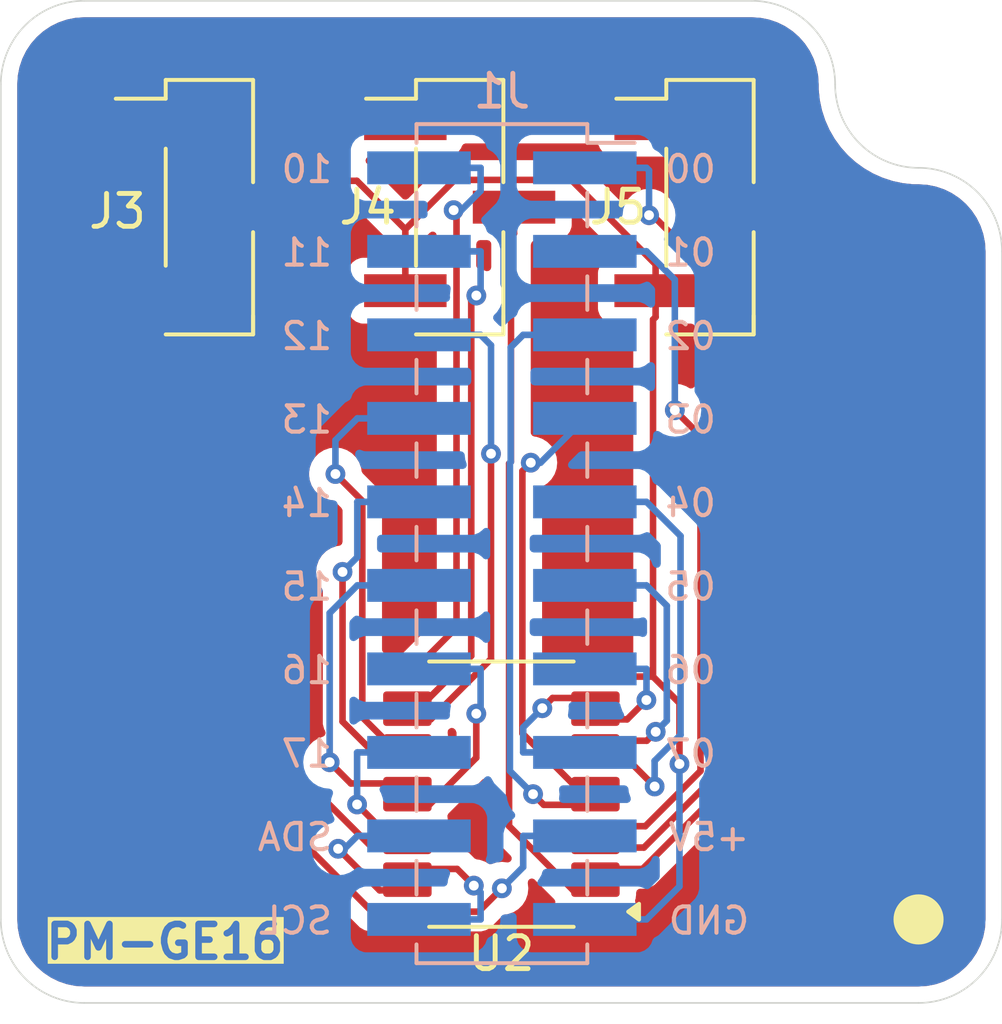
<source format=kicad_pcb>
(kicad_pcb (version 20240108) (generator "pcbnew") (generator_version "8.0")
  (layers (0 "F.Cu" signal) (31 "B.Cu" signal) (34 "B.Paste" user) (35 "F.Paste" user) (36 "B.SilkS" user "B.Silkscreen") (37 "F.SilkS" user "F.Silkscreen") (38 "B.Mask" user) (39 "F.Mask" user) (44 "Edge.Cuts" user))
  (net 0 "")
  (net 1 "/A0")
  (net 2 "/A1")
  (net 3 "/A2")
  (net 4 "VDD")
  (net 5 "GND")
  (net 6 "/SCL")
  (net 7 "/SDA")
  (net 9 "/00")
  (net 10 "/04")
  (net 11 "/06")
  (net 12 "/10")
  (net 13 "/01")
  (net 14 "/17")
  (net 15 "/07")
  (net 16 "/15")
  (net 17 "/02")
  (net 18 "/05")
  (net 19 "/13")
  (net 20 "/11")
  (net 21 "/12")
  (net 22 "/03")
  (net 23 "/16")
  (net 24 "/14")
  (footprint "Connector_PinHeader_2.54mm:PinHeader_1x03_P2.54mm_Vertical_SMD_Pin1Left" (layer "F.Cu") (at 97.79 51.9967)
    (property "Reference" "J5" (at -2.798 0 0) (layer "F.SilkS"))
    (property "Value" "Conn_01x03")
    (fp_line (start -1.33 -3.87) (end -1.33 -3.3) (stroke (width 0.12)) (layer "F.SilkS"))
    (fp_line (start -1.33 -3.87) (end 1.33 -3.87) (stroke (width 0.12)) (layer "F.SilkS"))
    (fp_line (start -1.33 -3.3) (end -2.85 -3.3) (stroke (width 0.12)) (layer "F.SilkS"))
    (fp_line (start -1.33 -1.78) (end -1.33 1.78) (stroke (width 0.12)) (layer "F.SilkS"))
    (fp_line (start -1.33 3.87) (end 1.33 3.87) (stroke (width 0.12)) (layer "F.SilkS"))
    (fp_line (start 1.33 -3.87) (end 1.33 -0.76) (stroke (width 0.12)) (layer "F.SilkS"))
    (fp_line (start 1.33 0.76) (end 1.33 3.87) (stroke (width 0.12)) (layer "F.SilkS"))
    (fp_line (start 1.33 3.3) (end 1.33 3.87) (stroke (width 0.12)) (layer "F.SilkS"))
    (pad "1" smd rect (at -1.655 -2.54) (size 2.51 1) (layers "F.Cu" "F.Paste" "F.Mask") (net 4 "VDD"))
    (pad "2" smd rect (at 1.655 0) (size 2.51 1) (layers "F.Cu" "F.Paste" "F.Mask") (net 3 "/A2"))
    (pad "3" smd rect (at -1.655 2.54) (size 2.51 1) (layers "F.Cu" "F.Paste" "F.Mask") (net 5 "GND"))
  )
  (footprint "Connector_PinHeader_2.54mm:PinHeader_1x03_P2.54mm_Vertical_SMD_Pin1Left" (layer "F.Cu") (at 90.17 51.9967)
    (property "Reference" "J4" (at -2.798 0 0) (layer "F.SilkS"))
    (property "Value" "Conn_01x03")
    (fp_line (start -1.33 -3.87) (end -1.33 -3.3) (stroke (width 0.12)) (layer "F.SilkS"))
    (fp_line (start -1.33 -3.87) (end 1.33 -3.87) (stroke (width 0.12)) (layer "F.SilkS"))
    (fp_line (start -1.33 -3.3) (end -2.85 -3.3) (stroke (width 0.12)) (layer "F.SilkS"))
    (fp_line (start -1.33 -1.78) (end -1.33 1.78) (stroke (width 0.12)) (layer "F.SilkS"))
    (fp_line (start -1.33 3.87) (end 1.33 3.87) (stroke (width 0.12)) (layer "F.SilkS"))
    (fp_line (start 1.33 -3.87) (end 1.33 -0.76) (stroke (width 0.12)) (layer "F.SilkS"))
    (fp_line (start 1.33 0.76) (end 1.33 3.87) (stroke (width 0.12)) (layer "F.SilkS"))
    (fp_line (start 1.33 3.3) (end 1.33 3.87) (stroke (width 0.12)) (layer "F.SilkS"))
    (pad "1" smd rect (at -1.655 -2.54) (size 2.51 1) (layers "F.Cu" "F.Paste" "F.Mask") (net 4 "VDD"))
    (pad "2" smd rect (at 1.655 0) (size 2.51 1) (layers "F.Cu" "F.Paste" "F.Mask") (net 2 "/A1"))
    (pad "3" smd rect (at -1.655 2.54) (size 2.51 1) (layers "F.Cu" "F.Paste" "F.Mask") (net 5 "GND"))
  )
  (footprint "Package_SO:TSSOP-24_4.4x7.8mm_P0.65mm" (layer "F.Cu") (at 91.44 69.85 180)
    (property "Reference" "U2" (at 0 -4.85 180) (layer "F.SilkS"))
    (property "Value" "PCA9555PW")
    (fp_line (start 0 4.035) (end 2.2 4.035) (stroke (width 0.12)) (layer "F.SilkS"))
    (fp_line (start 0 4.035) (end -2.2 4.035) (stroke (width 0.12)) (layer "F.SilkS"))
    (fp_line (start 0 -4.035) (end 2.2 -4.035) (stroke (width 0.12)) (layer "F.SilkS"))
    (fp_line (start 0 -4.035) (end -2.2 -4.035) (stroke (width 0.12)) (layer "F.SilkS"))
    (fp_poly (pts (xy -3.86 -3.575) (xy -4.19 -3.815) (xy -4.19 -3.335) (xy -3.86 -3.575)) (stroke (width 0.12)) (fill solid) (layer "F.SilkS"))
    (pad "1" smd roundrect (at -2.8625 -3.575 180) (size 1.475 0.4) (layers "F.Cu" "F.Paste" "F.Mask"))
    (pad "2" smd roundrect (at -2.8625 -2.925 180) (size 1.475 0.4) (layers "F.Cu" "F.Paste" "F.Mask") (net 2 "/A1"))
    (pad "3" smd roundrect (at -2.8625 -2.275 180) (size 1.475 0.4) (layers "F.Cu" "F.Paste" "F.Mask") (net 3 "/A2"))
    (pad "4" smd roundrect (at -2.8625 -1.625 180) (size 1.475 0.4) (layers "F.Cu" "F.Paste" "F.Mask") (net 9 "/00"))
    (pad "5" smd roundrect (at -2.8625 -0.975 180) (size 1.475 0.4) (layers "F.Cu" "F.Paste" "F.Mask") (net 13 "/01"))
    (pad "6" smd roundrect (at -2.8625 -0.325 180) (size 1.475 0.4) (layers "F.Cu" "F.Paste" "F.Mask") (net 17 "/02"))
    (pad "7" smd roundrect (at -2.8625 0.325 180) (size 1.475 0.4) (layers "F.Cu" "F.Paste" "F.Mask") (net 22 "/03"))
    (pad "8" smd roundrect (at -2.8625 0.975 180) (size 1.475 0.4) (layers "F.Cu" "F.Paste" "F.Mask") (net 10 "/04"))
    (pad "9" smd roundrect (at -2.8625 1.625 180) (size 1.475 0.4) (layers "F.Cu" "F.Paste" "F.Mask") (net 18 "/05"))
    (pad "10" smd roundrect (at -2.8625 2.275 180) (size 1.475 0.4) (layers "F.Cu" "F.Paste" "F.Mask") (net 11 "/06"))
    (pad "11" smd roundrect (at -2.8625 2.925 180) (size 1.475 0.4) (layers "F.Cu" "F.Paste" "F.Mask") (net 15 "/07"))
    (pad "12" smd roundrect (at -2.8625 3.575 180) (size 1.475 0.4) (layers "F.Cu" "F.Paste" "F.Mask") (net 5 "GND"))
    (pad "13" smd roundrect (at 2.8625 3.575 180) (size 1.475 0.4) (layers "F.Cu" "F.Paste" "F.Mask") (net 12 "/10"))
    (pad "14" smd roundrect (at 2.8625 2.925 180) (size 1.475 0.4) (layers "F.Cu" "F.Paste" "F.Mask") (net 20 "/11"))
    (pad "15" smd roundrect (at 2.8625 2.275 180) (size 1.475 0.4) (layers "F.Cu" "F.Paste" "F.Mask") (net 21 "/12"))
    (pad "16" smd roundrect (at 2.8625 1.625 180) (size 1.475 0.4) (layers "F.Cu" "F.Paste" "F.Mask") (net 19 "/13"))
    (pad "17" smd roundrect (at 2.8625 0.975 180) (size 1.475 0.4) (layers "F.Cu" "F.Paste" "F.Mask") (net 24 "/14"))
    (pad "18" smd roundrect (at 2.8625 0.325 180) (size 1.475 0.4) (layers "F.Cu" "F.Paste" "F.Mask") (net 16 "/15"))
    (pad "19" smd roundrect (at 2.8625 -0.325 180) (size 1.475 0.4) (layers "F.Cu" "F.Paste" "F.Mask") (net 23 "/16"))
    (pad "20" smd roundrect (at 2.8625 -0.975 180) (size 1.475 0.4) (layers "F.Cu" "F.Paste" "F.Mask") (net 14 "/17"))
    (pad "21" smd roundrect (at 2.8625 -1.625 180) (size 1.475 0.4) (layers "F.Cu" "F.Paste" "F.Mask") (net 1 "/A0"))
    (pad "22" smd roundrect (at 2.8625 -2.275 180) (size 1.475 0.4) (layers "F.Cu" "F.Paste" "F.Mask") (net 6 "/SCL"))
    (pad "23" smd roundrect (at 2.8625 -2.925 180) (size 1.475 0.4) (layers "F.Cu" "F.Paste" "F.Mask") (net 7 "/SDA"))
    (pad "24" smd roundrect (at 2.8625 -3.575 180) (size 1.475 0.4) (layers "F.Cu" "F.Paste" "F.Mask") (net 4 "VDD"))
  )
  (footprint "Connector_PinHeader_2.54mm:PinHeader_1x03_P2.54mm_Vertical_SMD_Pin1Left" (layer "F.Cu") (at 82.55 51.9967)
    (property "Reference" "J3" (at -2.798 0.127 0) (layer "F.SilkS"))
    (property "Value" "Conn_01x03")
    (fp_line (start -1.33 -3.87) (end -1.33 -3.3) (stroke (width 0.12)) (layer "F.SilkS"))
    (fp_line (start -1.33 -3.87) (end 1.33 -3.87) (stroke (width 0.12)) (layer "F.SilkS"))
    (fp_line (start -1.33 -3.3) (end -2.85 -3.3) (stroke (width 0.12)) (layer "F.SilkS"))
    (fp_line (start -1.33 -1.78) (end -1.33 1.78) (stroke (width 0.12)) (layer "F.SilkS"))
    (fp_line (start -1.33 3.87) (end 1.33 3.87) (stroke (width 0.12)) (layer "F.SilkS"))
    (fp_line (start 1.33 -3.87) (end 1.33 -0.76) (stroke (width 0.12)) (layer "F.SilkS"))
    (fp_line (start 1.33 0.76) (end 1.33 3.87) (stroke (width 0.12)) (layer "F.SilkS"))
    (fp_line (start 1.33 3.3) (end 1.33 3.87) (stroke (width 0.12)) (layer "F.SilkS"))
    (pad "1" smd rect (at -1.655 -2.54) (size 2.51 1) (layers "F.Cu" "F.Paste" "F.Mask") (net 4 "VDD"))
    (pad "2" smd rect (at 1.655 0) (size 2.51 1) (layers "F.Cu" "F.Paste" "F.Mask") (net 1 "/A0"))
    (pad "3" smd rect (at -1.655 2.54) (size 2.51 1) (layers "F.Cu" "F.Paste" "F.Mask") (net 5 "GND"))
  )
  (footprint "Connector_PinHeader_2.54mm:PinHeader_2x10_P2.54mm_Vertical_SMD" (layer "B.Cu") (at 91.455 62.23 180)
    (property "Reference" "J1" (at 0 13.76 180) (layer "B.SilkS") (effects (justify mirror)))
    (property "Value" "Conn_02x10_Odd_Even")
    (fp_line (start 2.6 12.76) (end -2.6 12.76) (stroke (width 0.12)) (layer "B.SilkS"))
    (fp_line (start 2.6 12.19) (end 2.6 12.76) (stroke (width 0.12)) (layer "B.SilkS"))
    (fp_line (start 2.6 9.65) (end 2.6 10.67) (stroke (width 0.12)) (layer "B.SilkS"))
    (fp_line (start 2.6 7.11) (end 2.6 8.13) (stroke (width 0.12)) (layer "B.SilkS"))
    (fp_line (start 2.6 4.57) (end 2.6 5.59) (stroke (width 0.12)) (layer "B.SilkS"))
    (fp_line (start 2.6 2.03) (end 2.6 3.05) (stroke (width 0.12)) (layer "B.SilkS"))
    (fp_line (start 2.6 -0.51) (end 2.6 0.51) (stroke (width 0.12)) (layer "B.SilkS"))
    (fp_line (start 2.6 -3.05) (end 2.6 -2.03) (stroke (width 0.12)) (layer "B.SilkS"))
    (fp_line (start 2.6 -5.59) (end 2.6 -4.57) (stroke (width 0.12)) (layer "B.SilkS"))
    (fp_line (start 2.6 -8.13) (end 2.6 -7.11) (stroke (width 0.12)) (layer "B.SilkS"))
    (fp_line (start 2.6 -10.67) (end 2.6 -9.65) (stroke (width 0.12)) (layer "B.SilkS"))
    (fp_line (start 2.6 -12.76) (end 2.6 -12.19) (stroke (width 0.12)) (layer "B.SilkS"))
    (fp_line (start 2.6 -12.76) (end -2.6 -12.76) (stroke (width 0.12)) (layer "B.SilkS"))
    (fp_line (start -2.6 12.19) (end -2.6 12.76) (stroke (width 0.12)) (layer "B.SilkS"))
    (fp_line (start -2.6 12.19) (end -4.04 12.19) (stroke (width 0.12)) (layer "B.SilkS"))
    (fp_line (start -2.6 9.65) (end -2.6 10.67) (stroke (width 0.12)) (layer "B.SilkS"))
    (fp_line (start -2.6 7.11) (end -2.6 8.13) (stroke (width 0.12)) (layer "B.SilkS"))
    (fp_line (start -2.6 4.57) (end -2.6 5.59) (stroke (width 0.12)) (layer "B.SilkS"))
    (fp_line (start -2.6 2.03) (end -2.6 3.05) (stroke (width 0.12)) (layer "B.SilkS"))
    (fp_line (start -2.6 -0.51) (end -2.6 0.51) (stroke (width 0.12)) (layer "B.SilkS"))
    (fp_line (start -2.6 -3.05) (end -2.6 -2.03) (stroke (width 0.12)) (layer "B.SilkS"))
    (fp_line (start -2.6 -5.59) (end -2.6 -4.57) (stroke (width 0.12)) (layer "B.SilkS"))
    (fp_line (start -2.6 -8.13) (end -2.6 -7.11) (stroke (width 0.12)) (layer "B.SilkS"))
    (fp_line (start -2.6 -10.67) (end -2.6 -9.65) (stroke (width 0.12)) (layer "B.SilkS"))
    (fp_line (start -2.6 -12.76) (end -2.6 -12.19) (stroke (width 0.12)) (layer "B.SilkS"))
    (pad "1" smd rect (at -2.525 11.43 180) (size 3.15 1) (layers "B.Cu" "B.Paste" "B.Mask") (net 9 "/00"))
    (pad "2" smd rect (at 2.525 11.43 180) (size 3.15 1) (layers "B.Cu" "B.Paste" "B.Mask") (net 12 "/10"))
    (pad "3" smd rect (at -2.525 8.89 180) (size 3.15 1) (layers "B.Cu" "B.Paste" "B.Mask") (net 13 "/01"))
    (pad "4" smd rect (at 2.525 8.89 180) (size 3.15 1) (layers "B.Cu" "B.Paste" "B.Mask") (net 20 "/11"))
    (pad "5" smd rect (at -2.525 6.35 180) (size 3.15 1) (layers "B.Cu" "B.Paste" "B.Mask") (net 17 "/02"))
    (pad "6" smd rect (at 2.525 6.35 180) (size 3.15 1) (layers "B.Cu" "B.Paste" "B.Mask") (net 21 "/12"))
    (pad "7" smd rect (at -2.525 3.81 180) (size 3.15 1) (layers "B.Cu" "B.Paste" "B.Mask") (net 22 "/03"))
    (pad "8" smd rect (at 2.525 3.81 180) (size 3.15 1) (layers "B.Cu" "B.Paste" "B.Mask") (net 19 "/13"))
    (pad "9" smd rect (at -2.525 1.27 180) (size 3.15 1) (layers "B.Cu" "B.Paste" "B.Mask") (net 10 "/04"))
    (pad "10" smd rect (at 2.525 1.27 180) (size 3.15 1) (layers "B.Cu" "B.Paste" "B.Mask") (net 24 "/14"))
    (pad "11" smd rect (at -2.525 -1.27 180) (size 3.15 1) (layers "B.Cu" "B.Paste" "B.Mask") (net 18 "/05"))
    (pad "12" smd rect (at 2.525 -1.27 180) (size 3.15 1) (layers "B.Cu" "B.Paste" "B.Mask") (net 16 "/15"))
    (pad "13" smd rect (at -2.525 -3.81 180) (size 3.15 1) (layers "B.Cu" "B.Paste" "B.Mask") (net 11 "/06"))
    (pad "14" smd rect (at 2.525 -3.81 180) (size 3.15 1) (layers "B.Cu" "B.Paste" "B.Mask") (net 23 "/16"))
    (pad "15" smd rect (at -2.525 -6.35 180) (size 3.15 1) (layers "B.Cu" "B.Paste" "B.Mask") (net 15 "/07"))
    (pad "16" smd rect (at 2.525 -6.35 180) (size 3.15 1) (layers "B.Cu" "B.Paste" "B.Mask") (net 14 "/17"))
    (pad "17" smd rect (at -2.525 -8.89 180) (size 3.15 1) (layers "B.Cu" "B.Paste" "B.Mask") (net 4 "VDD"))
    (pad "18" smd rect (at 2.525 -8.89 180) (size 3.15 1) (layers "B.Cu" "B.Paste" "B.Mask") (net 7 "/SDA"))
    (pad "19" smd rect (at -2.525 -11.43 180) (size 3.15 1) (layers "B.Cu" "B.Paste" "B.Mask") (net 5 "GND"))
    (pad "20" smd rect (at 2.525 -11.43 180) (size 3.15 1) (layers "B.Cu" "B.Paste" "B.Mask") (net 6 "/SCL"))
  )
  (gr_circle (center 104.14 73.66) (end 104.902 73.66) (fill solid) (layer "F.SilkS"))
  (gr_line (start 76.2 73.66) (end 76.2 48.26) (stroke (width 0.05)) (layer "Edge.Cuts"))
  (gr_line (start 78.74 45.72) (end 99.06 45.72) (stroke (width 0.05)) (layer "Edge.Cuts"))
  (gr_arc (start 78.74 76.2) (mid 76.943949 75.456051) (end 76.2 73.66) (stroke (width 0.05)) (layer "Edge.Cuts"))
  (gr_arc (start 104.14 50.8) (mid 105.936051 51.543949) (end 106.68 53.34) (stroke (width 0.05)) (layer "Edge.Cuts"))
  (gr_arc (start 104.14 50.8) (mid 102.343949 50.056051) (end 101.6 48.26) (stroke (width 0.05)) (layer "Edge.Cuts"))
  (gr_arc (start 76.2 48.26) (mid 76.943949 46.463949) (end 78.74 45.72) (stroke (width 0.05)) (layer "Edge.Cuts"))
  (gr_line (start 104.14 76.2) (end 78.74 76.2) (stroke (width 0.05)) (layer "Edge.Cuts"))
  (gr_line (start 106.68 53.34) (end 106.68 73.66) (stroke (width 0.05)) (layer "Edge.Cuts"))
  (gr_arc (start 106.68 73.66) (mid 105.936051 75.456051) (end 104.14 76.2) (stroke (width 0.05)) (layer "Edge.Cuts"))
  (gr_arc (start 99.06 45.72) (mid 100.856051 46.463949) (end 101.6 48.26) (stroke (width 0.05)) (layer "Edge.Cuts"))
  (gr_text "07" (at 98.044 69.088 0) (layer "B.SilkS") (effects (font (size 0.8 0.8) (thickness 0.125) (bold yes)) (justify left bottom mirror)))
  (gr_text "14" (at 86.36 61.468 0) (layer "B.SilkS") (effects (font (size 0.8 0.8) (thickness 0.125) (bold yes)) (justify left bottom mirror)))
  (gr_text "04" (at 98.044 61.468 0) (layer "B.SilkS") (effects (font (size 0.8 0.8) (thickness 0.125) (bold yes)) (justify left bottom mirror)))
  (gr_text "17" (at 86.36 69.088 0) (layer "B.SilkS") (effects (font (size 0.8 0.8) (thickness 0.125) (bold yes)) (justify left bottom mirror)))
  (gr_text "16" (at 86.36 66.548 0) (layer "B.SilkS") (effects (font (size 0.8 0.8) (thickness 0.125) (bold yes)) (justify left bottom mirror)))
  (gr_text "01" (at 98.044 53.848 0) (layer "B.SilkS") (effects (font (size 0.8 0.8) (thickness 0.125) (bold yes)) (justify left bottom mirror)))
  (gr_text "12" (at 86.36 56.388 0) (layer "B.SilkS") (effects (font (size 0.8 0.8) (thickness 0.125) (bold yes)) (justify left bottom mirror)))
  (gr_text "+5V" (at 99.06 71.628 0) (layer "B.SilkS") (effects (font (size 0.8 0.8) (thickness 0.125) (bold yes)) (justify left bottom mirror)))
  (gr_text "00" (at 98.044 51.308 0) (layer "B.SilkS") (effects (font (size 0.8 0.8) (thickness 0.125) (bold yes)) (justify left bottom mirror)))
  (gr_text "13" (at 86.36 58.928 0) (layer "B.SilkS") (effects (font (size 0.8 0.8) (thickness 0.125) (bold yes)) (justify left bottom mirror)))
  (gr_text "15" (at 86.36 64.008 0) (layer "B.SilkS") (effects (font (size 0.8 0.8) (thickness 0.125) (bold yes)) (justify left bottom mirror)))
  (gr_text "GND" (at 99.06 74.168 0) (layer "B.SilkS") (effects (font (size 0.8 0.8) (thickness 0.125) (bold yes)) (justify left bottom mirror)))
  (gr_text "SDA" (at 86.36 71.628 0) (layer "B.SilkS") (effects (font (size 0.8 0.8) (thickness 0.125) (bold yes)) (justify left bottom mirror)))
  (gr_text "02" (at 98.044 56.388 0) (layer "B.SilkS") (effects (font (size 0.8 0.8) (thickness 0.125) (bold yes)) (justify left bottom mirror)))
  (gr_text "05" (at 98.044 64.008 0) (layer "B.SilkS") (effects (font (size 0.8 0.8) (thickness 0.125) (bold yes)) (justify left bottom mirror)))
  (gr_text "03" (at 98.044 58.928 0) (layer "B.SilkS") (effects (font (size 0.8 0.8) (thickness 0.125) (bold yes)) (justify left bottom mirror)))
  (gr_text "SCL" (at 86.36 74.168 0) (layer "B.SilkS") (effects (font (size 0.8 0.8) (thickness 0.125) (bold yes)) (justify left bottom mirror)))
  (gr_text "11" (at 86.36 53.848 0) (layer "B.SilkS") (effects (font (size 0.8 0.8) (thickness 0.125) (bold yes)) (justify left bottom mirror)))
  (gr_text "10" (at 86.36 51.308 0) (layer "B.SilkS") (effects (font (size 0.8 0.8) (thickness 0.125) (bold yes)) (justify left bottom mirror)))
  (gr_text "06" (at 98.044 66.548 0) (layer "B.SilkS") (effects (font (size 0.8 0.8) (thickness 0.125) (bold yes)) (justify left bottom mirror)))
  (gr_text "PM-GE16" (at 77.47 74.93 0) (layer "F.SilkS" knockout) (effects (font (size 1 1) (thickness 0.2) (bold yes)) (justify left bottom)))
  (segment (start 88.5775 71.475) (end 87.5069 71.475) (width 0.2) (layer "F.Cu") (net 1))
  (segment (start 84.205 68.1731) (end 84.205 51.9967) (width 0.2) (layer "F.Cu") (net 1))
  (segment (start 87.5069 71.475) (end 84.205 68.1731) (width 0.2) (layer "F.Cu") (net 1))
  (segment (start 91.7326 59.7369) (end 91.7326 52.8908) (width 0.2) (layer "F.Cu") (net 2))
  (segment (start 91.6739 70.8214) (end 91.6739 59.7956) (width 0.2) (layer "F.Cu") (net 2))
  (segment (start 91.7326 52.8908) (end 91.825 52.7984) (width 0.2) (layer "F.Cu") (net 2))
  (segment (start 93.6275 72.775) (end 91.6739 70.8214) (width 0.2) (layer "F.Cu") (net 2))
  (segment (start 91.825 51.9967) (end 91.825 52.7984) (width 0.2) (layer "F.Cu") (net 2))
  (segment (start 91.6739 59.7956) (end 91.7326 59.7369) (width 0.2) (layer "F.Cu") (net 2))
  (segment (start 94.3025 72.775) (end 93.6275 72.775) (width 0.2) (layer "F.Cu") (net 2))
  (segment (start 99.445 51.9967) (end 99.445 68.4181) (width 0.2) (layer "F.Cu") (net 3))
  (segment (start 99.445 68.4181) (end 95.7381 72.125) (width 0.2) (layer "F.Cu") (net 3))
  (segment (start 95.7381 72.125) (end 94.3025 72.125) (width 0.2) (layer "F.Cu") (net 3))
  (segment (start 88.515 49.4567) (end 86.9583 49.4567) (width 0.2) (layer "F.Cu") (net 4))
  (segment (start 87.5022 73.425) (end 79.3383 65.2611) (width 0.2) (layer "F.Cu") (net 4))
  (segment (start 79.3383 65.2611) (end 79.3383 51.8151) (width 0.2) (layer "F.Cu") (net 4))
  (segment (start 91.4546 72.7148) (end 90.7444 73.425) (width 0.2) (layer "F.Cu") (net 4))
  (segment (start 90.7444 73.425) (end 88.5775 73.425) (width 0.2) (layer "F.Cu") (net 4))
  (segment (start 88.5775 73.425) (end 87.5022 73.425) (width 0.2) (layer "F.Cu") (net 4))
  (segment (start 88.515 49.4567) (end 96.135 49.4567) (width 0.2) (layer "F.Cu") (net 4))
  (segment (start 79.3383 51.8151) (end 80.895 50.2584) (width 0.2) (layer "F.Cu") (net 4))
  (segment (start 80.895 49.8575) (end 86.5575 49.8575) (width 0.2) (layer "F.Cu") (net 4))
  (segment (start 86.5575 49.8575) (end 86.9583 49.4567) (width 0.2) (layer "F.Cu") (net 4))
  (segment (start 80.895 49.8575) (end 80.895 50.2584) (width 0.2) (layer "F.Cu") (net 4))
  (segment (start 80.895 49.4567) (end 80.895 49.8575) (width 0.2) (layer "F.Cu") (net 4))
  (via (at 91.4546 72.7148) (size 0.6) (drill 0.3) (layers "F.Cu" "B.Cu") (net 4))
  (segment (start 93.98 71.12) (end 92.1033 71.12) (width 0.2) (layer "B.Cu") (net 4))
  (segment (start 91.4546 72.7148) (end 92.1033 72.0661) (width 0.2) (layer "B.Cu") (net 4))
  (segment (start 92.1033 72.0661) (end 92.1033 71.12) (width 0.2) (layer "B.Cu") (net 4))
  (segment (start 96.135 54.5367) (end 96.135 53.735) (width 0.2) (layer "F.Cu") (net 5))
  (segment (start 88.515 54.5367) (end 88.515 54.1358) (width 0.2) (layer "F.Cu") (net 5))
  (segment (start 96.135 54.5367) (end 96.135 55.3384) (width 0.2) (layer "F.Cu") (net 5))
  (segment (start 80.895 53.0504) (end 80.895 54.5367) (width 0.2) (layer "F.Cu") (net 5))
  (segment (start 87.0403 51.195) (end 82.7504 51.195) (width 0.2) (layer "F.Cu") (net 5))
  (segment (start 94.3025 66.275) (end 96.0561 66.275) (width 0.2) (layer "F.Cu") (net 5))
  (segment (start 93.5669 51.1669) (end 96.135 53.735) (width 0.2) (layer "F.Cu") (net 5))
  (segment (start 88.515 52.6697) (end 87.0403 51.195) (width 0.2) (layer "F.Cu") (net 5))
  (segment (start 96.8612 68.9316) (end 96.8612 67.0801) (width 0.2) (layer "F.Cu") (net 5))
  (segment (start 88.515 52.6697) (end 90.0178 51.1669) (width 0.2) (layer "F.Cu") (net 5))
  (segment (start 96.0561 66.275) (end 96.0561 55.4173) (width 0.2) (layer "F.Cu") (net 5))
  (segment (start 96.8612 67.0801) (end 96.0561 66.275) (width 0.2) (layer "F.Cu") (net 5))
  (segment (start 88.515 54.1358) (end 88.515 52.6697) (width 0.2) (layer "F.Cu") (net 5))
  (segment (start 82.7504 51.195) (end 80.895 53.0504) (width 0.2) (layer "F.Cu") (net 5))
  (segment (start 96.0561 55.4173) (end 96.135 55.3384) (width 0.2) (layer "F.Cu") (net 5))
  (segment (start 90.0178 51.1669) (end 93.5669 51.1669) (width 0.2) (layer "F.Cu") (net 5))
  (via (at 96.8612 68.9316) (size 0.6) (drill 0.3) (layers "F.Cu" "B.Cu") (net 5))
  (segment (start 96.8612 72.6555) (end 96.8612 68.9316) (width 0.2) (layer "B.Cu") (net 5))
  (segment (start 93.98 73.66) (end 95.8567 73.66) (width 0.2) (layer "B.Cu") (net 5))
  (segment (start 95.8567 73.66) (end 96.8612 72.6555) (width 0.2) (layer "B.Cu") (net 5))
  (segment (start 90.0931 72.125) (end 90.6001 72.632) (width 0.2) (layer "F.Cu") (net 6))
  (segment (start 88.5775 72.125) (end 90.0931 72.125) (width 0.2) (layer "F.Cu") (net 6))
  (via (at 90.6001 72.632) (size 0.6) (drill 0.3) (layers "F.Cu" "B.Cu") (net 6))
  (segment (start 90.8067 72.8386) (end 90.8067 73.66) (width 0.2) (layer "B.Cu") (net 6))
  (segment (start 90.6001 72.632) (end 90.8067 72.8386) (width 0.2) (layer "B.Cu") (net 6))
  (segment (start 88.93 73.66) (end 90.8067 73.66) (width 0.2) (layer "B.Cu") (net 6))
  (segment (start 87.7324 72.775) (end 86.4686 71.5112) (width 0.2) (layer "F.Cu") (net 7))
  (segment (start 88.5775 72.775) (end 87.7324 72.775) (width 0.2) (layer "F.Cu") (net 7))
  (via (at 86.4686 71.5112) (size 0.6) (drill 0.3) (layers "F.Cu" "B.Cu") (net 7))
  (segment (start 88.93 71.12) (end 87.0533 71.12) (width 0.2) (layer "B.Cu") (net 7))
  (segment (start 87.0533 71.12) (end 86.6621 71.5112) (width 0.2) (layer "B.Cu") (net 7))
  (segment (start 86.6621 71.5112) (end 86.4686 71.5112) (width 0.2) (layer "B.Cu") (net 7))
  (segment (start 97.9402 69.3133) (end 97.9402 54.1388) (width 0.2) (layer "F.Cu") (net 9))
  (segment (start 96.0424 52.241) (end 95.9347 52.241) (width 0.2) (layer "F.Cu") (net 9))
  (segment (start 94.3025 71.475) (end 95.7785 71.475) (width 0.2) (layer "F.Cu") (net 9))
  (segment (start 97.9402 54.1388) (end 96.0424 52.241) (width 0.2) (layer "F.Cu") (net 9))
  (segment (start 95.7785 71.475) (end 97.9402 69.3133) (width 0.2) (layer "F.Cu") (net 9))
  (via (at 95.9347 52.241) (size 0.6) (drill 0.3) (layers "F.Cu" "B.Cu") (net 9))
  (segment (start 95.9347 50.878) (end 95.8567 50.8) (width 0.2) (layer "B.Cu") (net 9))
  (segment (start 93.98 50.8) (end 95.8567 50.8) (width 0.2) (layer "B.Cu") (net 9))
  (segment (start 95.9347 52.241) (end 95.9347 50.878) (width 0.2) (layer "B.Cu") (net 9))
  (segment (start 95.3632 68.875) (end 96.1051 69.6169) (width 0.2) (layer "F.Cu") (net 10))
  (segment (start 94.3025 68.875) (end 95.3632 68.875) (width 0.2) (layer "F.Cu") (net 10))
  (via (at 96.1051 69.6169) (size 0.6) (drill 0.3) (layers "F.Cu" "B.Cu") (net 10))
  (segment (start 96.8938 61.9971) (end 96.8938 68.0482) (width 0.2) (layer "B.Cu") (net 10))
  (segment (start 93.98 60.96) (end 95.8567 60.96) (width 0.2) (layer "B.Cu") (net 10))
  (segment (start 96.1052 69.6169) (end 96.1051 69.6169) (width 0.2) (layer "B.Cu") (net 10))
  (segment (start 96.1052 68.8368) (end 96.1052 69.6169) (width 0.2) (layer "B.Cu") (net 10))
  (segment (start 95.8567 60.96) (end 96.8938 61.9971) (width 0.2) (layer "B.Cu") (net 10))
  (segment (start 96.8938 68.0482) (end 96.1052 68.8368) (width 0.2) (layer "B.Cu") (net 10))
  (segment (start 94.3025 67.575) (end 95.2675 67.575) (width 0.2) (layer "F.Cu") (net 11))
  (segment (start 95.2675 67.575) (end 95.854 66.9885) (width 0.2) (layer "F.Cu") (net 11))
  (via (at 95.854 66.9885) (size 0.6) (drill 0.3) (layers "F.Cu" "B.Cu") (net 11))
  (segment (start 93.98 66.04) (end 95.8567 66.04) (width 0.2) (layer "B.Cu") (net 11))
  (segment (start 95.8567 66.9858) (end 95.854 66.9885) (width 0.2) (layer "B.Cu") (net 11))
  (segment (start 95.8567 66.04) (end 95.8567 66.9858) (width 0.2) (layer "B.Cu") (net 11))
  (segment (start 88.5775 66.275) (end 90.0733 64.7792) (width 0.2) (layer "F.Cu") (net 12))
  (segment (start 90.0733 52.1742) (end 89.9866 52.0875) (width 0.2) (layer "F.Cu") (net 12))
  (segment (start 90.0733 64.7792) (end 90.0733 52.1742) (width 0.2) (layer "F.Cu") (net 12))
  (via (at 89.9866 52.0875) (size 0.6) (drill 0.3) (layers "F.Cu" "B.Cu") (net 12))
  (segment (start 90.2207 52.0875) (end 90.8067 51.5015) (width 0.2) (layer "B.Cu") (net 12))
  (segment (start 90.8067 51.5015) (end 90.8067 50.8) (width 0.2) (layer "B.Cu") (net 12))
  (segment (start 89.9866 52.0875) (end 90.2207 52.0875) (width 0.2) (layer "B.Cu") (net 12))
  (segment (start 88.93 50.8) (end 90.8067 50.8) (width 0.2) (layer "B.Cu") (net 12))
  (segment (start 96.7201 58.1708) (end 97.5017 58.9524) (width 0.2) (layer "F.Cu") (net 13))
  (segment (start 97.5017 58.9524) (end 97.5017 69.1443) (width 0.2) (layer "F.Cu") (net 13))
  (segment (start 95.821 70.825) (end 94.3025 70.825) (width 0.2) (layer "F.Cu") (net 13))
  (segment (start 97.5017 69.1443) (end 95.821 70.825) (width 0.2) (layer "F.Cu") (net 13))
  (via (at 96.7201 58.1708) (size 0.6) (drill 0.3) (layers "F.Cu" "B.Cu") (net 13))
  (segment (start 96.7201 58.1708) (end 96.7201 54.2034) (width 0.2) (layer "B.Cu") (net 13))
  (segment (start 93.98 53.34) (end 95.8567 53.34) (width 0.2) (layer "B.Cu") (net 13))
  (segment (start 96.7201 54.2034) (end 95.8567 53.34) (width 0.2) (layer "B.Cu") (net 13))
  (segment (start 87.708 70.825) (end 87.0464 70.1634) (width 0.2) (layer "F.Cu") (net 14))
  (segment (start 88.5775 70.825) (end 87.708 70.825) (width 0.2) (layer "F.Cu") (net 14))
  (via (at 87.0464 70.1634) (size 0.6) (drill 0.3) (layers "F.Cu" "B.Cu") (net 14))
  (segment (start 88.93 68.58) (end 87.0533 68.58) (width 0.2) (layer "B.Cu") (net 14))
  (segment (start 87.0533 68.58) (end 87.0464 68.5869) (width 0.2) (layer "B.Cu") (net 14))
  (segment (start 87.0464 68.5869) (end 87.0464 70.1634) (width 0.2) (layer "B.Cu") (net 14))
  (segment (start 92.9964 66.925) (end 92.6851 67.2363) (width 0.2) (layer "F.Cu") (net 15))
  (segment (start 94.3025 66.925) (end 92.9964 66.925) (width 0.2) (layer "F.Cu") (net 15))
  (via (at 92.6851 67.2363) (size 0.6) (drill 0.3) (layers "F.Cu" "B.Cu") (net 15))
  (segment (start 93.98 68.58) (end 92.1033 68.58) (width 0.2) (layer "B.Cu") (net 15))
  (segment (start 92.1033 68.58) (end 92.1033 67.8181) (width 0.2) (layer "B.Cu") (net 15))
  (segment (start 92.1033 67.8181) (end 92.6851 67.2363) (width 0.2) (layer "B.Cu") (net 15))
  (segment (start 86.8578 69.525) (end 86.2118 68.879) (width 0.2) (layer "F.Cu") (net 16))
  (segment (start 88.5775 69.525) (end 86.8578 69.525) (width 0.2) (layer "F.Cu") (net 16))
  (via (at 86.2118 68.879) (size 0.6) (drill 0.3) (layers "F.Cu" "B.Cu") (net 16))
  (segment (start 86.2118 64.3415) (end 87.0533 63.5) (width 0.2) (layer "B.Cu") (net 16))
  (segment (start 88.93 63.5) (end 87.0533 63.5) (width 0.2) (layer "B.Cu") (net 16))
  (segment (start 86.2118 68.879) (end 86.2118 64.3415) (width 0.2) (layer "B.Cu") (net 16))
  (segment (start 92.7287 70.175) (end 94.3025 70.175) (width 0.2) (layer "F.Cu") (net 17))
  (segment (start 92.4037 69.85) (end 92.7287 70.175) (width 0.2) (layer "F.Cu") (net 17))
  (via (at 92.4037 69.85) (size 0.6) (drill 0.3) (layers "F.Cu" "B.Cu") (net 17))
  (segment (start 91.7003 59.7692) (end 91.7255 59.744) (width 0.2) (layer "B.Cu") (net 17))
  (segment (start 91.7255 59.744) (end 91.7255 56.2578) (width 0.2) (layer "B.Cu") (net 17))
  (segment (start 91.7255 56.2578) (end 92.1033 55.88) (width 0.2) (layer "B.Cu") (net 17))
  (segment (start 93.98 55.88) (end 92.1033 55.88) (width 0.2) (layer "B.Cu") (net 17))
  (segment (start 92.4037 69.85) (end 91.7003 69.1466) (width 0.2) (layer "B.Cu") (net 17))
  (segment (start 91.7003 69.1466) (end 91.7003 59.7692) (width 0.2) (layer "B.Cu") (net 17))
  (segment (start 95.8659 68.225) (end 96.1373 67.9536) (width 0.2) (layer "F.Cu") (net 18))
  (segment (start 94.3025 68.225) (end 95.8659 68.225) (width 0.2) (layer "F.Cu") (net 18))
  (via (at 96.1373 67.9536) (size 0.6) (drill 0.3) (layers "F.Cu" "B.Cu") (net 18))
  (segment (start 96.4751 67.6158) (end 96.1373 67.9536) (width 0.2) (layer "B.Cu") (net 18))
  (segment (start 93.98 63.5) (end 95.8567 63.5) (width 0.2) (layer "B.Cu") (net 18))
  (segment (start 95.8567 63.5) (end 96.4751 64.1184) (width 0.2) (layer "B.Cu") (net 18))
  (segment (start 96.4751 64.1184) (end 96.4751 67.6158) (width 0.2) (layer "B.Cu") (net 18))
  (segment (start 88.5775 68.225) (end 87.9213 68.225) (width 0.2) (layer "F.Cu") (net 19))
  (segment (start 87.205 60.9307) (end 86.3869 60.1126) (width 0.2) (layer "F.Cu") (net 19))
  (segment (start 87.205 67.5087) (end 87.205 60.9307) (width 0.2) (layer "F.Cu") (net 19))
  (segment (start 87.9213 68.225) (end 87.205 67.5087) (width 0.2) (layer "F.Cu") (net 19))
  (via (at 86.3869 60.1126) (size 0.6) (drill 0.3) (layers "F.Cu" "B.Cu") (net 19))
  (segment (start 88.93 58.42) (end 87.0533 58.42) (width 0.2) (layer "B.Cu") (net 19))
  (segment (start 86.3869 59.0864) (end 87.0533 58.42) (width 0.2) (layer "B.Cu") (net 19))
  (segment (start 86.3869 60.1126) (end 86.3869 59.0864) (width 0.2) (layer "B.Cu") (net 19))
  (segment (start 90.6766 54.6836) (end 90.522 54.8382) (width 0.2) (layer "F.Cu") (net 20))
  (segment (start 90.522 54.8382) (end 90.522 65.644) (width 0.2) (layer "F.Cu") (net 20))
  (segment (start 89.241 66.925) (end 88.5775 66.925) (width 0.2) (layer "F.Cu") (net 20))
  (segment (start 90.522 65.644) (end 89.241 66.925) (width 0.2) (layer "F.Cu") (net 20))
  (via (at 90.6766 54.6836) (size 0.6) (drill 0.3) (layers "F.Cu" "B.Cu") (net 20))
  (segment (start 90.6766 54.6836) (end 90.8067 54.5535) (width 0.2) (layer "B.Cu") (net 20))
  (segment (start 90.8067 54.5535) (end 90.8067 53.34) (width 0.2) (layer "B.Cu") (net 20))
  (segment (start 88.93 53.34) (end 90.8067 53.34) (width 0.2) (layer "B.Cu") (net 20))
  (segment (start 91.1237 65.739) (end 91.1237 59.4949) (width 0.2) (layer "F.Cu") (net 21))
  (segment (start 88.5775 67.575) (end 89.2877 67.575) (width 0.2) (layer "F.Cu") (net 21))
  (segment (start 89.2877 67.575) (end 91.1237 65.739) (width 0.2) (layer "F.Cu") (net 21))
  (via (at 91.1237 59.4949) (size 0.6) (drill 0.3) (layers "F.Cu" "B.Cu") (net 21))
  (segment (start 90.8067 55.88) (end 91.1237 56.197) (width 0.2) (layer "B.Cu") (net 21))
  (segment (start 88.93 55.88) (end 90.8067 55.88) (width 0.2) (layer "B.Cu") (net 21))
  (segment (start 91.1237 56.197) (end 91.1237 59.4949) (width 0.2) (layer "B.Cu") (net 21))
  (segment (start 92.0787 68.0013) (end 92.0787 60.0237) (width 0.2) (layer "F.Cu") (net 22))
  (segment (start 92.0787 60.0237) (end 92.3344 59.768) (width 0.2) (layer "F.Cu") (net 22))
  (segment (start 93.6024 69.525) (end 92.0787 68.0013) (width 0.2) (layer "F.Cu") (net 22))
  (segment (start 94.3025 69.525) (end 93.6024 69.525) (width 0.2) (layer "F.Cu") (net 22))
  (via (at 92.3344 59.768) (size 0.6) (drill 0.3) (layers "F.Cu" "B.Cu") (net 22))
  (segment (start 92.3344 59.768) (end 92.632 59.768) (width 0.2) (layer "B.Cu") (net 22))
  (segment (start 92.632 59.768) (end 93.98 58.42) (width 0.2) (layer "B.Cu") (net 22))
  (segment (start 90.6753 67.4028) (end 90.6753 68.7419) (width 0.2) (layer "F.Cu") (net 23))
  (segment (start 89.2422 70.175) (end 88.5775 70.175) (width 0.2) (layer "F.Cu") (net 23))
  (segment (start 90.6753 68.7419) (end 89.2422 70.175) (width 0.2) (layer "F.Cu") (net 23))
  (via (at 90.6753 67.4028) (size 0.6) (drill 0.3) (layers "F.Cu" "B.Cu") (net 23))
  (segment (start 90.8067 66.04) (end 90.8067 67.2714) (width 0.2) (layer "B.Cu") (net 23))
  (segment (start 90.8067 67.2714) (end 90.6753 67.4028) (width 0.2) (layer "B.Cu") (net 23))
  (segment (start 88.93 66.04) (end 90.8067 66.04) (width 0.2) (layer "B.Cu") (net 23))
  (segment (start 86.6033 67.641) (end 86.6033 63.0905) (width 0.2) (layer "F.Cu") (net 24))
  (segment (start 88.5775 68.875) (end 87.8373 68.875) (width 0.2) (layer "F.Cu") (net 24))
  (segment (start 87.8373 68.875) (end 86.6033 67.641) (width 0.2) (layer "F.Cu") (net 24))
  (via (at 86.6033 63.0905) (size 0.6) (drill 0.3) (layers "F.Cu" "B.Cu") (net 24))
  (segment (start 86.6033 63.0905) (end 87.0533 62.6405) (width 0.2) (layer "B.Cu") (net 24))
  (segment (start 88.93 60.96) (end 87.0533 60.96) (width 0.2) (layer "B.Cu") (net 24))
  (segment (start 87.0533 62.6405) (end 87.0533 60.96) (width 0.2) (layer "B.Cu") (net 24))
  (zone (net 0) (net_name "") (layer "F.Cu") (priority 1) (connect_pads (clearance 0.5)) (min_thickness 0.25) (fill yes (thermal_gap 0.5) (thermal_bridge_width 0.5) (island_removal_mode 1) (island_area_min 10))
    (polygon (pts (xy 76.2 45.72) (xy 106.68 45.72) (xy 106.68 76.2) (xy 76.2 76.2)))
  )
  (zone (net 0) (net_name "") (layer "B.Cu") (connect_pads (clearance 0.5)) (min_thickness 0.25) (fill yes (thermal_gap 0.5) (thermal_bridge_width 0.5) (island_removal_mode 1) (island_area_min 10))
    (polygon (pts (xy 76.2 45.72) (xy 106.68 45.72) (xy 106.68 76.2) (xy 76.2 76.2)))
  )
)
</source>
